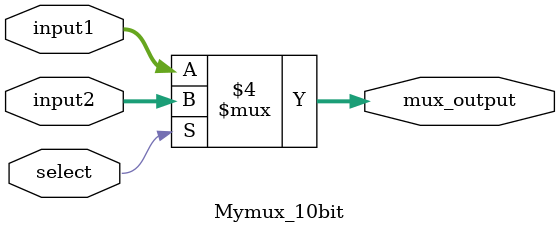
<source format=v>
 

module Mymux_10bit(input1, input2, mux_output, select);
input [9:0]input1, input2;
input select;
output [9:0]mux_output;
reg [9:0]mux_output;

always@(select) begin

if(select == 1'b1) begin

mux_output = input2;

end

else begin

mux_output = input1;

end

end

endmodule
</source>
